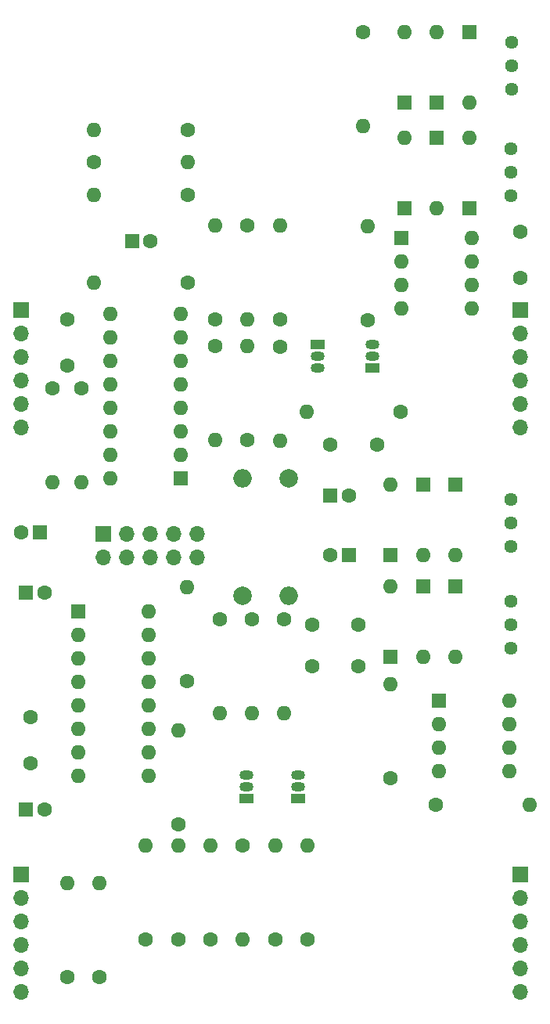
<source format=gts>
G04 #@! TF.GenerationSoftware,KiCad,Pcbnew,(6.0.0)*
G04 #@! TF.CreationDate,2022-04-04T19:52:15+01:00*
G04 #@! TF.ProjectId,MS20-VCF,4d533230-2d56-4434-962e-6b696361645f,rev?*
G04 #@! TF.SameCoordinates,Original*
G04 #@! TF.FileFunction,Soldermask,Top*
G04 #@! TF.FilePolarity,Negative*
%FSLAX46Y46*%
G04 Gerber Fmt 4.6, Leading zero omitted, Abs format (unit mm)*
G04 Created by KiCad (PCBNEW (6.0.0)) date 2022-04-04 19:52:15*
%MOMM*%
%LPD*%
G01*
G04 APERTURE LIST*
%ADD10C,1.600000*%
%ADD11R,1.600000X1.600000*%
%ADD12O,1.600000X1.600000*%
%ADD13R,1.700000X1.700000*%
%ADD14O,1.700000X1.700000*%
%ADD15R,1.500000X1.050000*%
%ADD16O,1.500000X1.050000*%
%ADD17C,2.000000*%
%ADD18O,2.000000X2.000000*%
%ADD19C,1.440000*%
G04 APERTURE END LIST*
D10*
X87000000Y-60500000D03*
X87000000Y-65500000D03*
X69500000Y-107500000D03*
X64500000Y-107500000D03*
X34000000Y-113000000D03*
X34000000Y-118000000D03*
D11*
X81500000Y-38880000D03*
D12*
X81500000Y-46500000D03*
D11*
X81500000Y-58000000D03*
D12*
X81500000Y-50380000D03*
D11*
X78000000Y-46500000D03*
D12*
X78000000Y-38880000D03*
D11*
X78000000Y-50380000D03*
D12*
X78000000Y-58000000D03*
D11*
X74500000Y-46500000D03*
D12*
X74500000Y-38880000D03*
D11*
X74500000Y-58000000D03*
D12*
X74500000Y-50380000D03*
D13*
X87000000Y-69000000D03*
D14*
X87000000Y-71540000D03*
X87000000Y-74080000D03*
X87000000Y-76620000D03*
X87000000Y-79160000D03*
X87000000Y-81700000D03*
D13*
X33000000Y-130000000D03*
D14*
X33000000Y-132540000D03*
X33000000Y-135080000D03*
X33000000Y-137620000D03*
X33000000Y-140160000D03*
X33000000Y-142700000D03*
D15*
X71000000Y-75270000D03*
D16*
X71000000Y-74000000D03*
X71000000Y-72730000D03*
D15*
X65140000Y-72730000D03*
D16*
X65140000Y-74000000D03*
X65140000Y-75270000D03*
D15*
X57360000Y-121770000D03*
D16*
X57360000Y-120500000D03*
X57360000Y-119230000D03*
D10*
X57500000Y-59840000D03*
D12*
X57500000Y-70000000D03*
D10*
X36400000Y-77420000D03*
D12*
X36400000Y-87580000D03*
D10*
X54000000Y-72840000D03*
D12*
X54000000Y-83000000D03*
D10*
X54000000Y-70000000D03*
D12*
X54000000Y-59840000D03*
D10*
X61000000Y-70000000D03*
D12*
X61000000Y-59840000D03*
D10*
X74080000Y-80000000D03*
D12*
X63920000Y-80000000D03*
D10*
X51080000Y-66000000D03*
D12*
X40920000Y-66000000D03*
D10*
X51080000Y-49500000D03*
D12*
X40920000Y-49500000D03*
D10*
X51080000Y-56500000D03*
D12*
X40920000Y-56500000D03*
D10*
X40920000Y-53000000D03*
D12*
X51080000Y-53000000D03*
D10*
X70000000Y-38920000D03*
D12*
X70000000Y-49080000D03*
D10*
X60500000Y-137080000D03*
D12*
X60500000Y-126920000D03*
D10*
X51000000Y-109080000D03*
D12*
X51000000Y-98920000D03*
D10*
X57000000Y-126920000D03*
D12*
X57000000Y-137080000D03*
D10*
X58000000Y-102420000D03*
D12*
X58000000Y-112580000D03*
D10*
X77920000Y-122500000D03*
D12*
X88080000Y-122500000D03*
D10*
X64000000Y-137080000D03*
D12*
X64000000Y-126920000D03*
D10*
X54500000Y-102420000D03*
D12*
X54500000Y-112580000D03*
D10*
X53500000Y-137080000D03*
D12*
X53500000Y-126920000D03*
D10*
X46500000Y-137080000D03*
D12*
X46500000Y-126920000D03*
D10*
X50000000Y-137080000D03*
D12*
X50000000Y-126920000D03*
D10*
X50000000Y-124580000D03*
D12*
X50000000Y-114420000D03*
D10*
X61500000Y-102420000D03*
D12*
X61500000Y-112580000D03*
D10*
X73000000Y-119580000D03*
D12*
X73000000Y-109420000D03*
D11*
X39200000Y-101600000D03*
D12*
X39200000Y-104140000D03*
X39200000Y-106680000D03*
X39200000Y-109220000D03*
X39200000Y-111760000D03*
X39200000Y-114300000D03*
X39200000Y-116840000D03*
X39200000Y-119380000D03*
X46820000Y-119380000D03*
X46820000Y-116840000D03*
X46820000Y-114300000D03*
X46820000Y-111760000D03*
X46820000Y-109220000D03*
X46820000Y-106680000D03*
X46820000Y-104140000D03*
X46820000Y-101600000D03*
D11*
X78200000Y-111200000D03*
D12*
X78200000Y-113740000D03*
X78200000Y-116280000D03*
X78200000Y-118820000D03*
X85820000Y-118820000D03*
X85820000Y-116280000D03*
X85820000Y-113740000D03*
X85820000Y-111200000D03*
D13*
X87000000Y-130000000D03*
D14*
X87000000Y-132540000D03*
X87000000Y-135080000D03*
X87000000Y-137620000D03*
X87000000Y-140160000D03*
X87000000Y-142700000D03*
D10*
X70500000Y-70080000D03*
D12*
X70500000Y-59920000D03*
D11*
X74200000Y-61200000D03*
D12*
X74200000Y-63740000D03*
X74200000Y-66280000D03*
X74200000Y-68820000D03*
X81820000Y-68820000D03*
X81820000Y-66280000D03*
X81820000Y-63740000D03*
X81820000Y-61200000D03*
D15*
X63000000Y-121770000D03*
D16*
X63000000Y-120500000D03*
X63000000Y-119230000D03*
D10*
X64500000Y-103000000D03*
X69500000Y-103000000D03*
D11*
X73000000Y-95500000D03*
D12*
X73000000Y-87880000D03*
D11*
X76500000Y-87880000D03*
D12*
X76500000Y-95500000D03*
D11*
X80000000Y-87880000D03*
D12*
X80000000Y-95500000D03*
D11*
X76500000Y-98880000D03*
D12*
X76500000Y-106500000D03*
D11*
X73000000Y-106500000D03*
D12*
X73000000Y-98880000D03*
D11*
X80000000Y-98880000D03*
D12*
X80000000Y-106500000D03*
D10*
X66500000Y-83500000D03*
X71500000Y-83500000D03*
X39500000Y-77420000D03*
D12*
X39500000Y-87580000D03*
D10*
X57500000Y-83000000D03*
D12*
X57500000Y-72840000D03*
D10*
X61000000Y-72920000D03*
D12*
X61000000Y-83080000D03*
D11*
X50300000Y-87200000D03*
D12*
X50300000Y-84660000D03*
X50300000Y-82120000D03*
X50300000Y-79580000D03*
X50300000Y-77040000D03*
X50300000Y-74500000D03*
X50300000Y-71960000D03*
X50300000Y-69420000D03*
X42680000Y-69420000D03*
X42680000Y-71960000D03*
X42680000Y-74500000D03*
X42680000Y-77040000D03*
X42680000Y-79580000D03*
X42680000Y-82120000D03*
X42680000Y-84660000D03*
X42680000Y-87200000D03*
D13*
X33000000Y-69000000D03*
D14*
X33000000Y-71540000D03*
X33000000Y-74080000D03*
X33000000Y-76620000D03*
X33000000Y-79160000D03*
X33000000Y-81700000D03*
D10*
X38000000Y-70000000D03*
X38000000Y-75000000D03*
X38000000Y-141080000D03*
D12*
X38000000Y-130920000D03*
D10*
X41500000Y-141080000D03*
D12*
X41500000Y-130920000D03*
D11*
X66500000Y-89000000D03*
D10*
X68500000Y-89000000D03*
D11*
X68455113Y-95500000D03*
D10*
X66455113Y-95500000D03*
D11*
X45000000Y-61500000D03*
D10*
X47000000Y-61500000D03*
D17*
X57000000Y-99850000D03*
D18*
X57000000Y-87150000D03*
D13*
X41925000Y-93225000D03*
D14*
X41925000Y-95765000D03*
X44465000Y-93225000D03*
X44465000Y-95765000D03*
X47005000Y-93225000D03*
X47005000Y-95765000D03*
X49545000Y-93225000D03*
X49545000Y-95765000D03*
X52085000Y-93225000D03*
X52085000Y-95765000D03*
D19*
X86080000Y-45080000D03*
X86080000Y-42540000D03*
X86080000Y-40000000D03*
X86000000Y-56580000D03*
X86000000Y-54040000D03*
X86000000Y-51500000D03*
D11*
X33544888Y-123000000D03*
D10*
X35544888Y-123000000D03*
D17*
X62000000Y-87150000D03*
D18*
X62000000Y-99850000D03*
D19*
X86000000Y-100500000D03*
X86000000Y-103040000D03*
X86000000Y-105580000D03*
X86000000Y-89500000D03*
X86000000Y-92040000D03*
X86000000Y-94580000D03*
D11*
X33544888Y-99500000D03*
D10*
X35544888Y-99500000D03*
D11*
X35044888Y-93000000D03*
D10*
X33044888Y-93000000D03*
M02*

</source>
